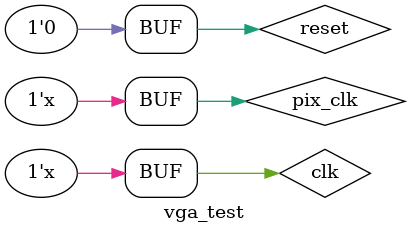
<source format=v>
`timescale 1ns / 1ps

module vga_test;

reg clk = 0;
reg pix_clk = 0;
reg reset = 0;

wire h_sync;
wire v_sync;

vga1280x720 uut(
    .i_clk(clk),           // base clock
    .i_pix_stb(pix_clk),       // pixel clock strobe
    .i_rst(reset),           // reset: restarts frame
    .o_hs(h_sync),           // horizontal sync
    .o_vs(v_sync)           // vertical sync
);

always #1 clk = ~clk;
always #4 pix_clk = ~pix_clk;

endmodule

</source>
